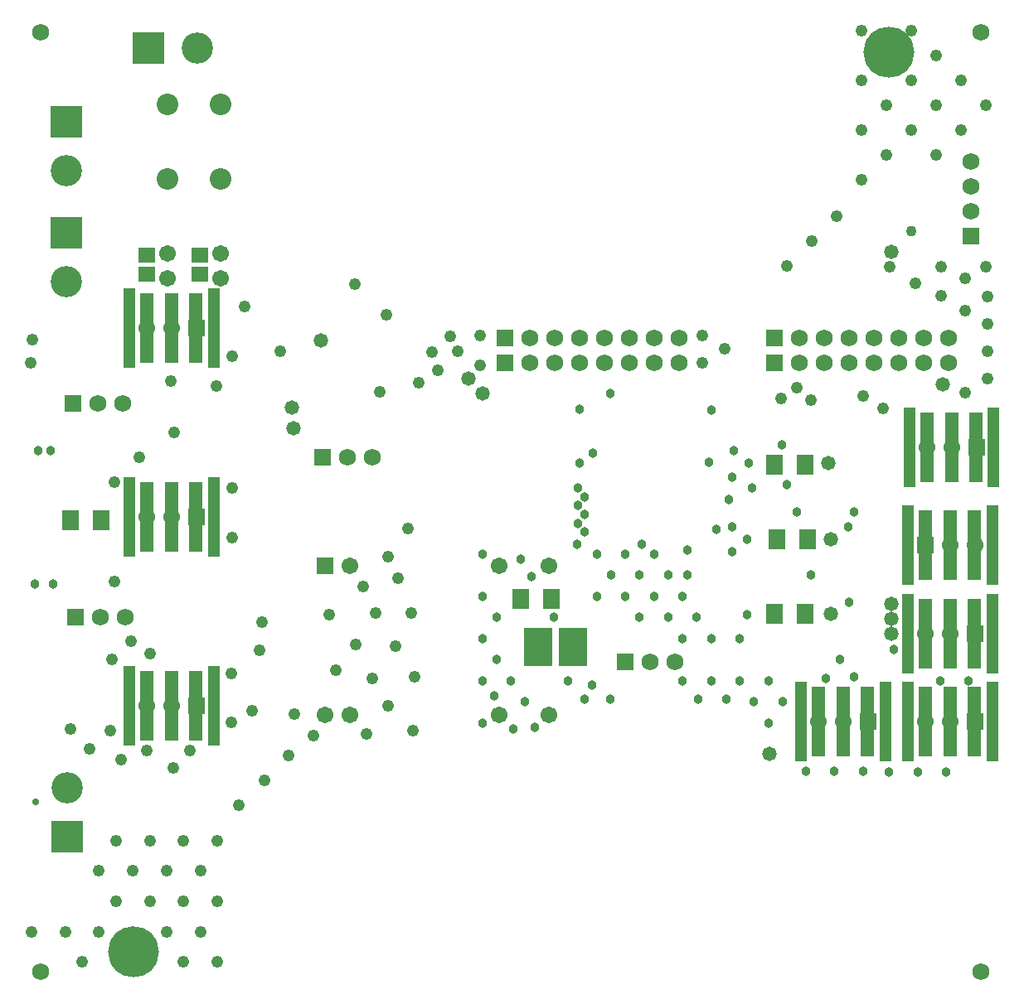
<source format=gbr>
G04 Layer_Color=8388736*
%FSLAX25Y25*%
%MOIN*%
%TF.FileFunction,Soldermask,Top*%
%TF.Part,Single*%
G01*
G75*
%TA.AperFunction,SMDPad,CuDef*%
%ADD55R,0.06706X0.06312*%
%TA.AperFunction,ConnectorPad*%
%ADD56R,0.05131X0.32296*%
%ADD57R,0.05682X0.28359*%
%TA.AperFunction,SMDPad,CuDef*%
%ADD58R,0.05131X0.32296*%
%ADD59R,0.05682X0.28359*%
%ADD60R,0.11509X0.15643*%
%ADD61R,0.06706X0.08280*%
%TA.AperFunction,ComponentPad*%
%ADD62C,0.06800*%
%ADD63R,0.06800X0.06800*%
%TA.AperFunction,ViaPad*%
%ADD64C,0.20485*%
%TA.AperFunction,ComponentPad*%
%ADD65C,0.06706*%
%ADD66C,0.08674*%
%ADD67R,0.06706X0.06706*%
%ADD68R,0.06800X0.06800*%
%ADD69R,0.06706X0.06706*%
%ADD70C,0.12611*%
%ADD71R,0.12611X0.12611*%
%ADD72R,0.12611X0.12611*%
%TA.AperFunction,WasherPad*%
%ADD73C,0.06800*%
%TA.AperFunction,ViaPad*%
%ADD74C,0.03800*%
%ADD75C,0.05800*%
%ADD76C,0.04300*%
%ADD77C,0.04800*%
%ADD78C,0.02800*%
D55*
X71600Y268737D02*
D03*
Y260863D02*
D03*
X50100Y268737D02*
D03*
Y260863D02*
D03*
D56*
X390049Y116341D02*
D03*
X356151D02*
D03*
X390049Y80800D02*
D03*
X356151D02*
D03*
X356151Y151800D02*
D03*
X390048D02*
D03*
X390649Y191300D02*
D03*
X356751D02*
D03*
D57*
X363257Y116341D02*
D03*
X382942D02*
D03*
X373100D02*
D03*
X363257Y80800D02*
D03*
X382942D02*
D03*
X373100D02*
D03*
X382942Y151800D02*
D03*
X363257D02*
D03*
X373100D02*
D03*
X363858Y191300D02*
D03*
X383543D02*
D03*
X373700D02*
D03*
D58*
X347049Y80800D02*
D03*
X313151D02*
D03*
X77049Y87400D02*
D03*
X43151D02*
D03*
X77049Y163350D02*
D03*
X43151D02*
D03*
X77049Y239300D02*
D03*
X43151D02*
D03*
D59*
X320258Y80800D02*
D03*
X339943D02*
D03*
X330100D02*
D03*
X50258Y87400D02*
D03*
X69943D02*
D03*
X60100D02*
D03*
X50258Y163350D02*
D03*
X69943D02*
D03*
X60100D02*
D03*
X50258Y239300D02*
D03*
X69943D02*
D03*
X60100D02*
D03*
D60*
X207631Y110800D02*
D03*
X221568D02*
D03*
D61*
X314702Y124300D02*
D03*
X302498D02*
D03*
X315702Y154300D02*
D03*
X303498D02*
D03*
X314702Y184268D02*
D03*
X302498D02*
D03*
X200498Y130300D02*
D03*
X212702D02*
D03*
X19498Y161800D02*
D03*
X31702D02*
D03*
D62*
X40600Y208800D02*
D03*
X30600D02*
D03*
X141000Y187200D02*
D03*
X131000D02*
D03*
X41584Y123000D02*
D03*
X31584D02*
D03*
X262600Y104800D02*
D03*
X252600D02*
D03*
X332600Y235300D02*
D03*
X342600D02*
D03*
X352600D02*
D03*
X362600D02*
D03*
X372600D02*
D03*
X312600D02*
D03*
X322600D02*
D03*
X381600Y306300D02*
D03*
Y296300D02*
D03*
Y286300D02*
D03*
X332600Y225300D02*
D03*
X342600D02*
D03*
X352600D02*
D03*
X362600D02*
D03*
X372600D02*
D03*
X312600D02*
D03*
X322600D02*
D03*
X224100D02*
D03*
X234100D02*
D03*
X244100D02*
D03*
X254100D02*
D03*
X264100D02*
D03*
X204100D02*
D03*
X214100D02*
D03*
X224100Y235300D02*
D03*
X234100D02*
D03*
X244100D02*
D03*
X254100D02*
D03*
X264100D02*
D03*
X204100D02*
D03*
X214100D02*
D03*
D63*
X20600Y208800D02*
D03*
X121000Y187200D02*
D03*
X21584Y123000D02*
D03*
X242600Y104800D02*
D03*
X302600Y235300D02*
D03*
Y225300D02*
D03*
X194100D02*
D03*
Y235300D02*
D03*
D64*
X348453Y350153D02*
D03*
X44700Y-11600D02*
D03*
D65*
X79979Y259300D02*
D03*
Y269300D02*
D03*
X58479Y259300D02*
D03*
Y269300D02*
D03*
X131700Y83700D02*
D03*
X191700D02*
D03*
X211700D02*
D03*
X121700D02*
D03*
X131700Y143700D02*
D03*
X191700D02*
D03*
X211700D02*
D03*
X373100Y116341D02*
D03*
X363100D02*
D03*
X373100Y80800D02*
D03*
X363100D02*
D03*
X330100Y80800D02*
D03*
X320100D02*
D03*
X373100Y151800D02*
D03*
X383100D02*
D03*
X373700Y191300D02*
D03*
X363700D02*
D03*
X60100Y87400D02*
D03*
X50100D02*
D03*
X60100Y163350D02*
D03*
X50100D02*
D03*
X60100Y239300D02*
D03*
X50100D02*
D03*
D66*
X79979Y299300D02*
D03*
Y329300D02*
D03*
X58479Y299300D02*
D03*
Y329300D02*
D03*
D67*
X121700Y143700D02*
D03*
D68*
X381600Y276300D02*
D03*
D69*
X383100Y116341D02*
D03*
Y80800D02*
D03*
X340100Y80800D02*
D03*
X363100Y151800D02*
D03*
X383700Y191300D02*
D03*
X70100Y87400D02*
D03*
Y163350D02*
D03*
Y239300D02*
D03*
D70*
X17866Y257958D02*
D03*
Y302457D02*
D03*
X70655Y351800D02*
D03*
X18100Y54242D02*
D03*
D71*
X17866Y277642D02*
D03*
Y322143D02*
D03*
X18100Y34558D02*
D03*
D72*
X50970Y351800D02*
D03*
D73*
X7600Y-19700D02*
D03*
X385553D02*
D03*
Y358253D02*
D03*
X7600D02*
D03*
D74*
X12600Y136300D02*
D03*
X5100D02*
D03*
X11600Y189800D02*
D03*
X6600D02*
D03*
X332100Y159300D02*
D03*
X332600Y128800D02*
D03*
X223600Y174800D02*
D03*
Y167800D02*
D03*
X226100Y171300D02*
D03*
Y164300D02*
D03*
X223600Y160658D02*
D03*
X226100Y157122D02*
D03*
X293600Y174800D02*
D03*
X284100Y170264D02*
D03*
X285600Y179300D02*
D03*
X286100Y189800D02*
D03*
X285600Y159300D02*
D03*
Y149300D02*
D03*
X267600Y149800D02*
D03*
Y139800D02*
D03*
X291600Y123800D02*
D03*
Y154300D02*
D03*
X292100Y184800D02*
D03*
X224100D02*
D03*
X276100Y185300D02*
D03*
X249100Y152300D02*
D03*
X223100D02*
D03*
X236600Y212800D02*
D03*
X224100Y206453D02*
D03*
X277100Y206300D02*
D03*
X200600Y146300D02*
D03*
X185100Y148300D02*
D03*
X204800Y139300D02*
D03*
X265600Y114300D02*
D03*
X259850Y122800D02*
D03*
X277100Y114300D02*
D03*
X288600D02*
D03*
X248350Y122800D02*
D03*
X213850D02*
D03*
X190850D02*
D03*
X185100Y114300D02*
D03*
Y131300D02*
D03*
X231100D02*
D03*
X242600D02*
D03*
X254100D02*
D03*
X236850Y139800D02*
D03*
X248350D02*
D03*
X231100Y148300D02*
D03*
X242600D02*
D03*
X254100D02*
D03*
X271350Y122800D02*
D03*
X265600Y131300D02*
D03*
X259850Y139800D02*
D03*
X279100Y158300D02*
D03*
X229600Y188800D02*
D03*
X307419Y176198D02*
D03*
X311600Y165300D02*
D03*
X334600D02*
D03*
X317350Y139800D02*
D03*
X300100Y80300D02*
D03*
X348624Y60705D02*
D03*
X360124D02*
D03*
X380600Y97300D02*
D03*
X369100D02*
D03*
X350600Y109800D02*
D03*
X328850Y105800D02*
D03*
X334600Y98800D02*
D03*
X294350Y88800D02*
D03*
X300100Y97300D02*
D03*
X305850Y88800D02*
D03*
X323100Y98300D02*
D03*
X219600Y97300D02*
D03*
X236500Y89800D02*
D03*
X226350D02*
D03*
X202350Y88800D02*
D03*
X196600Y97300D02*
D03*
X190850Y105800D02*
D03*
X189874Y91155D02*
D03*
X185100Y97300D02*
D03*
X229298Y95498D02*
D03*
X271850Y89800D02*
D03*
X283350D02*
D03*
X265600Y97300D02*
D03*
X277100D02*
D03*
X288600D02*
D03*
X206298Y78498D02*
D03*
X185100Y80300D02*
D03*
X197575Y77945D02*
D03*
X305600Y192339D02*
D03*
X338100Y60800D02*
D03*
X326600D02*
D03*
X315100D02*
D03*
X371624Y60705D02*
D03*
D75*
X120318Y234250D02*
D03*
X349400Y269800D02*
D03*
X108600Y207300D02*
D03*
X349600Y116300D02*
D03*
Y128300D02*
D03*
X324100Y184800D02*
D03*
X325100Y154300D02*
D03*
Y124300D02*
D03*
X300600Y67800D02*
D03*
X179600Y218800D02*
D03*
X185100Y212800D02*
D03*
X109100Y198800D02*
D03*
X349600Y122300D02*
D03*
X370100Y216700D02*
D03*
D76*
X357600Y278363D02*
D03*
D77*
X24200Y-15800D02*
D03*
X3800Y-3600D02*
D03*
X17400D02*
D03*
X31000D02*
D03*
Y20800D02*
D03*
X37800Y-15800D02*
D03*
Y33000D02*
D03*
Y8600D02*
D03*
X65000Y-15800D02*
D03*
X78600D02*
D03*
X51400D02*
D03*
X58200Y-3600D02*
D03*
X71800D02*
D03*
X44600D02*
D03*
X65000Y8600D02*
D03*
X78600D02*
D03*
X51400D02*
D03*
Y33000D02*
D03*
X44600Y20800D02*
D03*
X71800D02*
D03*
X58200D02*
D03*
X65000Y33000D02*
D03*
X78600D02*
D03*
X109500Y84000D02*
D03*
X337600Y338800D02*
D03*
X347600Y328800D02*
D03*
X357600Y338800D02*
D03*
X367600Y328800D02*
D03*
Y348800D02*
D03*
X357600Y358800D02*
D03*
X337600D02*
D03*
X377600Y338800D02*
D03*
X337600Y318800D02*
D03*
X357600D02*
D03*
X377600D02*
D03*
X387600Y328800D02*
D03*
X367600Y308800D02*
D03*
X347600D02*
D03*
X337600Y298800D02*
D03*
X327600Y284300D02*
D03*
X307600Y264300D02*
D03*
X317600Y274300D02*
D03*
X379300Y259400D02*
D03*
X387600Y263800D02*
D03*
X369600D02*
D03*
Y252300D02*
D03*
X348900Y263900D02*
D03*
X388100Y251800D02*
D03*
X379100Y246300D02*
D03*
X388100Y240800D02*
D03*
Y229800D02*
D03*
Y218800D02*
D03*
X379100Y213300D02*
D03*
X338100Y211800D02*
D03*
X346100Y206800D02*
D03*
X305100Y210800D02*
D03*
X311600Y215300D02*
D03*
X317100Y210300D02*
D03*
X273600Y225300D02*
D03*
Y236300D02*
D03*
X282600Y230800D02*
D03*
X184100Y224300D02*
D03*
X167300Y222200D02*
D03*
X172300Y236000D02*
D03*
X184100Y236300D02*
D03*
X175100Y229800D02*
D03*
X159500Y217400D02*
D03*
X164700Y229700D02*
D03*
X143900Y213500D02*
D03*
X146600Y244605D02*
D03*
X89500Y248100D02*
D03*
X133900Y257000D02*
D03*
X157100Y77300D02*
D03*
X138400Y75800D02*
D03*
X117300Y75400D02*
D03*
X157700Y99100D02*
D03*
X96500Y120800D02*
D03*
X123500Y124000D02*
D03*
X126100Y101600D02*
D03*
X147100Y87300D02*
D03*
X140800Y98200D02*
D03*
X134200Y111900D02*
D03*
X156400Y124600D02*
D03*
X142300D02*
D03*
X151100Y138500D02*
D03*
X147100Y147300D02*
D03*
X155200Y158700D02*
D03*
X95600Y109600D02*
D03*
X36300Y106000D02*
D03*
X107100Y67300D02*
D03*
X97400Y57400D02*
D03*
X87100Y47300D02*
D03*
X27100Y69800D02*
D03*
X60900Y62200D02*
D03*
X35600Y77300D02*
D03*
X92400Y85400D02*
D03*
X19600Y77800D02*
D03*
X40000Y65700D02*
D03*
X50100Y69300D02*
D03*
X67600D02*
D03*
X84135Y80570D02*
D03*
Y100353D02*
D03*
X37100Y137300D02*
D03*
Y177300D02*
D03*
X47100Y187300D02*
D03*
X61100Y197300D02*
D03*
X3400Y225300D02*
D03*
X59900Y217800D02*
D03*
X4100Y234500D02*
D03*
X103900Y230100D02*
D03*
X84600Y227800D02*
D03*
X78100Y215800D02*
D03*
X43800Y113400D02*
D03*
X51400Y108200D02*
D03*
X137100Y135200D02*
D03*
X150100Y111400D02*
D03*
X84600Y154800D02*
D03*
Y174800D02*
D03*
X359200Y257200D02*
D03*
D78*
X5600Y48700D02*
D03*
%TF.MD5,ce92be3e3c1d2891f7f530d72b42a654*%
M02*

</source>
